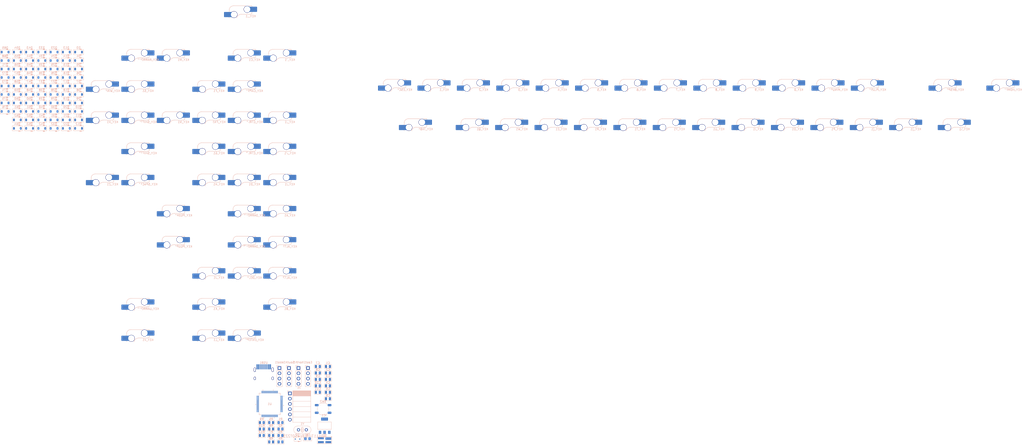
<source format=kicad_pcb>
(kicad_pcb (version 20241229) (generator "pcbnew") (generator_version "9.0")
  (layers (0 "F.Cu" signal) (4 "In1.Cu" signal) (6 "In2.Cu" signal) (2 "B.Cu" signal) (13 "F.Paste" user) (15 "B.Paste" user) (5 "F.SilkS" user "F.Silkscreen") (7 "B.SilkS" user "B.Silkscreen") (1 "F.Mask" user) (3 "B.Mask" user) (25 "Edge.Cuts" user))
  (net 0 "")
  (net 1 "GND")
  (net 2 "+3.3V")
  (net 3 "+5V")
  (net 4 "Net-(D3-A)")
  (net 5 "Net-(D4-A)")
  (net 6 "Net-(D5-A)")
  (net 7 "Net-(D6-A)")
  (net 8 "Net-(D7-A)")
  (net 9 "Net-(D8-A)")
  (net 10 "Net-(D9-A)")
  (net 11 "Net-(D10-A)")
  (net 12 "Net-(D11-A)")
  (net 13 "Net-(D12-A)")
  (net 14 "Net-(D13-A)")
  (net 15 "Net-(D14-A)")
  (net 16 "Net-(D15-A)")
  (net 17 "Net-(D16-A)")
  (net 18 "Net-(D17-A)")
  (net 19 "Net-(D18-A)")
  (net 20 "Net-(D19-A)")
  (net 21 "Net-(D20-A)")
  (net 22 "Net-(D21-A)")
  (net 23 "Net-(D22-A)")
  (net 24 "Net-(D23-A)")
  (net 25 "Net-(D29-A)")
  (net 26 "Net-(D30-A)")
  (net 27 "Net-(D31-A)")
  (net 28 "Net-(D32-A)")
  (net 29 "Net-(D33-A)")
  (net 30 "Net-(D24-A)")
  (net 31 "Net-(D25-A)")
  (net 32 "Net-(D26-A)")
  (net 33 "Net-(D27-A)")
  (net 34 "Net-(D28-A)")
  (net 35 "Net-(D34-A)")
  (net 36 "/COL2")
  (net 37 "/COL3")
  (net 38 "/COL4")
  (net 39 "/COL5")
  (net 40 "/COL1")
  (net 41 "/ROT_TIMB")
  (net 42 "/ROT_TIMA")
  (net 43 "Net-(U1-OSCIN)")
  (net 44 "Net-(U1-OSCOUT)")
  (net 45 "Net-(U1-VCAP)")
  (net 46 "/NRST")
  (net 47 "/D+")
  (net 48 "/D-")
  (net 49 "/ROW1")
  (net 50 "/ROW2")
  (net 51 "/ROW3")
  (net 52 "/ROW4")
  (net 53 "/ROW5")
  (net 54 "Net-(D35-A)")
  (net 55 "/ROT_SW")
  (net 56 "/UART_TX_EAST")
  (net 57 "/UART_RX_EAST")
  (net 58 "Net-(U1-VDDA)")
  (net 59 "/RGB_DATAIN")
  (net 60 "Net-(D36-A)")
  (net 61 "Net-(D37-A)")
  (net 62 "Net-(D38-A)")
  (net 63 "Net-(D39-A)")
  (net 64 "Net-(D40-A)")
  (net 65 "Net-(D41-A)")
  (net 66 "Net-(D42-A)")
  (net 67 "Net-(D43-A)")
  (net 68 "Net-(D44-A)")
  (net 69 "Net-(D45-A)")
  (net 70 "Net-(D46-A)")
  (net 71 "Net-(D47-A)")
  (net 72 "Net-(D48-A)")
  (net 73 "Net-(D50-A)")
  (net 74 "Net-(D51-A)")
  (net 75 "Net-(D52-A)")
  (net 76 "Net-(D53-A)")
  (net 77 "Net-(D54-A)")
  (net 78 "Net-(D55-A)")
  (net 79 "Net-(D56-A)")
  (net 80 "Net-(D57-A)")
  (net 81 "Net-(D58-A)")
  (net 82 "/UART_TX_NORTH")
  (net 83 "/UART_RX_NORTH")
  (net 84 "Net-(USB1-CC2)")
  (net 85 "Net-(USB1-CC1)")
  (net 86 "Net-(U1-PA11)")
  (net 87 "Net-(U1-PA12)")
  (net 88 "Net-(U1-BOOT)")
  (net 89 "/JTCLK")
  (net 90 "Net-(J1-Pin_2)")
  (net 91 "/JTMS")
  (net 92 "Net-(J1-Pin_4)")
  (net 93 "Net-(J1-Pin_5)")
  (net 94 "Net-(J1-Pin_6)")
  (net 95 "/SWO")
  (net 96 "/UART_TX_SOUTH")
  (net 97 "/UART_RX_SOUTH")
  (net 99 "AGND")
  (net 100 "Net-(D59-A)")
  (net 101 "/UART_TX_WEST")
  (net 104 "Net-(D60-A)")
  (net 105 "Net-(D61-A)")
  (net 106 "Net-(D62-A)")
  (net 109 "Net-(D64-A)")
  (net 111 "Net-(D65-A)")
  (net 112 "Net-(D68-A)")
  (net 113 "/UART_RX_WEST")
  (net 114 "Net-(D71-A)")
  (net 115 "Net-(D72-A)")
  (net 116 "Net-(D73-A)")
  (net 119 "Net-(D2-A)")
  (net 124 "Net-(D74-A)")
  (net 125 "Net-(D75-A)")
  (net 126 "Net-(D76-A)")
  (net 127 "/COL12")
  (net 128 "/COL9")
  (net 129 "/COL10")
  (net 130 "/COL11")
  (net 131 "/COL6")
  (net 132 "/COL7")
  (net 133 "/COL8")
  (net 134 "/COL14")
  (net 135 "/COL13")
  (net 136 "/COL15")
  (footprint "PCM_Resistor_SMD_AKL:R_0805_2012Metric" (layer "B.Cu") (at -40.389 193.232 180)
    (property "Reference" "R6")
    (property "Value" "22" (hide yes))
  )
  (footprint "PCM_marbastlib-mx:SW_MX_HS_CPG151101S11_1u" (layer "B.Cu") (at 38.9725 30.95625 180)
    (property "Reference" "KEY_1")
    (property "Value" "MX_SW_HS")
  )
  (footprint "PCM_marbastlib-mx:SW_MX_HS_CPG151101S11_1u" (layer "B.Cu") (at 228.9175 50.00625 180)
    (property "Reference" "KEY_P1")
    (property "Value" "MX_SW_HS")
  )
  (footprint "PCM_Diode_SMD_AKL:D_SOD-123" (layer "B.Cu") (at -151.269 23.292 180)
    (property "Reference" "D36")
    (property "Value" "1N4148W" (hide yes))
  )
  (footprint "PCM_Capacitor_SMD_AKL:C_0805_2012Metric" (layer "B.Cu") (at -17.821682 166.122 180)
    (property "Reference" "C8")
    (property "Value" "10uF" (hide yes))
  )
  (footprint "PCM_marbastlib-mx:SW_MX_HS_CPG151101S11_1u" (layer "B.Cu") (at 314.0075 30.95625 180)
    (property "Reference" "KEY_HOME1")
    (property "Value" "MX_SW_HS")
  )
  (footprint "PCM_Diode_SMD_AKL:D_SOD-123" (layer "B.Cu") (at -163.109 15.092 180)
    (property "Reference" "D55")
    (property "Value" "1N4148W" (hide yes))
  )
  (footprint "PCM_marbastlib-mx:SW_MX_HS_CPG151101S11_1u" (layer "B.Cu") (at -35.588824 61.617 180)
    (property "Reference" "KEY_/1")
    (property "Value" "MX_SW_HS")
  )
  (footprint "PCM_Diode_SMD_AKL:D_SOD-123" (layer "B.Cu") (at -169.029 19.192 180)
    (property "Reference" "D71")
    (property "Value" "1N4148W" (hide yes))
  )
  (footprint "PCM_marbastlib-mx:SW_MX_HS_CPG151101S11_1u" (layer "B.Cu") (at 210.4225 30.95625 180)
    (property "Reference" "KEY_0")
    (property "Value" "MX_SW_HS")
  )
  (footprint "PCM_marbastlib-mx:SW_MX_HS_CPG151101S11_1u" (layer "B.Cu") (at -87.038824 16.467 180)
    (property "Reference" "KEY_M1")
    (property "Value" "MX_SW_HS")
  )
  (footprint "PCM_Diode_SMD_AKL:D_SOD-123" (layer "B.Cu") (at -151.269 31.492 180)
    (property "Reference" "D38")
    (property "Value" "1N4148W" (hide yes))
  )
  (footprint "PCM_Diode_SMD_AKL:D_SOD-123" (layer "B.Cu") (at -139.429 47.892 180)
    (property "Reference" "D22")
    (property "Value" "1N4148W" (hide yes))
  )
  (footprint "PCM_marbastlib-mx:SW_MX_HS_CPG151101S11_1u" (layer "B.Cu") (at -104.188824 151.917 180)
    (property "Reference" "KEY_V1")
    (property "Value" "MX_SW_HS")
  )
  (footprint "PCM_marbastlib-mx:SW_MX_HS_CPG151101S11_1u" (layer "B.Cu") (at -69.888824 151.917 180)
    (property "Reference" "KEY_L1")
    (property "Value" "MX_SW_HS")
  )
  (footprint "PCM_Diode_SMD_AKL:D_SOD-123" (layer "B.Cu") (at -145.349 35.592 180)
    (property "Reference" "D29")
    (property "Value" "1N4148W" (hide yes))
  )
  (footprint "PCM_marbastlib-mx:SW_MX_HS_CPG151101S11_1u" (layer "B.Cu") (at 171.7675 50.00625 180)
    (property "Reference" "KEY_U1")
    (property "Value" "MX_SW_HS")
  )
  (footprint "PCM_Resistor_SMD_AKL:R_0805_2012Metric" (layer "B.Cu") (at -44.909 196.352 180)
    (property "Reference" "R13")
    (property "Value" "DNP" (hide yes))
  )
  (footprint "PCM_marbastlib-mx:SW_MX_HS_CPG151101S11_1u" (layer "B.Cu") (at -104.188824 16.467 180)
    (property "Reference" "KEY_RARROW1")
    (property "Value" "MX_SW_HS")
  )
  (footprint "PCM_Diode_SMD_AKL:D_SOD-123" (layer "B.Cu") (at -139.429 31.492 180)
    (property "Reference" "D18")
    (property "Value" "1N4148W" (hide yes))
  )
  (footprint "PCM_Diode_SMD_AKL:D_SOD-123" (layer "B.Cu") (at -133.509 10.992 180)
    (property "Reference" "D3")
    (property "Value" "1N4148W" (hide yes))
  )
  (footprint "PCM_marbastlib-mx:SW_MX_HS_CPG151101S11_1u" (layer "B.Cu") (at -52.738824 46.567 180)
    (property "Reference" "KEY_CTRL1")
    (property "Value" "MX_SW_HS")
  )
  (footprint "PCM_Diode_SMD_AKL:D_SOD-123" (layer "B.Cu") (at -145.349 10.992 180)
    (property "Reference" "D23")
    (property "Value" "1N4148W" (hide yes))
  )
  (footprint "PCM_marbastlib-mx:SW_MX_HS_CPG151101S11_1u" (layer "B.Cu") (at -104.188824 76.667 180)
    (property "Reference" "KEY_SPACE1")
    (property "Value" "MX_SW_HS")
  )
  (footprint "PCM_marbastlib-mx:SW_MX_HS_CPG151101S11_1u" (layer "B.Cu") (at -52.738824 76.667 180)
    (property "Reference" "KEY_D1")
    (property "Value" "MX_SW_HS")
  )
  (footprint "PCM_Diode_SMD_AKL:D_SOD-123" (layer "B.Cu") (at -163.109 31.492 180)
    (property "Reference" "D59")
    (property "Value" "1N4148W" (hide yes))
  )
  (footprint "PCM_Diode_SMD_AKL:D_SOD-123" (layer "B.Cu") (at -169.029 10.992 180)
    (property "Reference" "D65")
    (property "Value" "1N4148W" (hide yes))
  )
  (footprint "Connector_PinSocket_2.54mm:PinSocket_1x04_P2.54mm_Vertical" (layer "B.Cu") (at -27.184 163.767 180)
    (property "Reference" "North1")
    (property "Value" "Conn_01x04")
  )
  (footprint "PCM_Resistor_SMD_AKL:R_0805_2012Metric" (layer "B.Cu") (at -40.389 190.112 180)
    (property "Reference" "R5")
    (property "Value" "10k" (hide yes))
  )
  (footprint "PCM_Resistor_SMD_AKL:R_0805_2012Metric" (layer "B.Cu") (at -44.909 193.232 180)
    (property "Reference" "R10")
    (property "Value" "DNP" (hide yes))
  )
  (footprint "Connector_PinSocket_2.54mm:PinSocket_1x04_P2.54mm_Vertical" (layer "B.Cu") (at -36.384 163.767 180)
    (property "Reference" "West1")
    (property "Value" "Conn_01x04")
  )
  (footprint "PCM_Diode_SMD_AKL:D_SOD-123" (layer "B.Cu") (at -151.269 39.692 180)
    (property "Reference" "D40")
    (property "Value" "1N4148W" (hide yes))
  )
  (footprint "PCM_marbastlib-mx:SW_MX_HS_CPG151101S11_1u" (layer "B.Cu") (at -121.338824 46.567 180)
    (property "Reference" "KEY_X1")
    (property "Value" "MX_SW_HS")
  )
  (footprint "PCM_Diode_SMD_AKL:D_SOD-123" (layer "B.Cu") (at -145.349 23.292 180)
    (property "Reference" "D26")
    (property "Value" "1N4148W" (hide yes))
  )
  (footprint "PCM_Diode_SMD_AKL:D_SOD-123" (layer "B.Cu") (at -163.109 43.792 180)
    (property "Reference" "D62")
    (property "Value" "1N4148W" (hide yes))
  )
  (footprint "PCM_Diode_SMD_AKL:D_SOD-123" (layer "B.Cu") (at -139.429 27.392 180)
    (property "Reference" "D17")
    (property "Value" "1N4148W" (hide yes))
  )
  (footprint "PCM_marbastlib-mx:SW_MX_HS_CPG151101S11_1u" (layer "B.Cu") (at 58.0225 30.95625 180)
    (property "Reference" "KEY_2")
    (property "Value" "MX_SW_HS")
  )
  (footprint "PCM_Diode_SMD_AKL:D_SOD-123" (layer "B.Cu") (at -139.429 15.092 180)
    (property "Reference" "D14")
    (property "Value" "1N4148W" (hide yes))
  )
  (footprint "PCM_marbastlib-mx:SW_MX_HS_CPG151101S11_1u" (layer "B.Cu") (at -69.888824 76.667 180)
    (property "Reference" "KEY_H1")
    (property "Value" "MX_SW_HS")
  )
  (footprint "PCM_marbastlib-mx:SW_MX_HS_CPG151101S11_1u" (layer "B.Cu") (at 172.3225 30.95625 180)
    (property "Reference" "KEY_8")
    (property "Value" "MX_SW_HS")
  )
  (footprint "PCM_marbastlib-mx:SW_MX_HS_CPG151101S11_1u" (layer "B.Cu") (at 134.2225 30.95625 180)
    (property "Reference" "KEY_6")
    (property "Value" "MX_SW_HS")
  )
  (footprint "PCM_Diode_SMD_AKL:D_SOD-123" (layer "B.Cu") (at -151.269 47.892 180)
    (property "Reference" "D42")
    (property "Value" "1N4148W" (hide yes))
  )
  (footprint "PCM_marbastlib-mx:SW_MX_HS_CPG151101S11_1u" (layer "B.Cu") (at -69.888824 46.567 180)
    (property "Reference" "KEY_FN1")
    (property "Value" "MX_SW_HS")
  )
  (footprint "PCM_marbastlib-mx:SW_MX_HS_CPG151101S11_1u" (layer "B.Cu") (at 19.9 30.95625 180)
    (property "Reference" "KEY_ESC1")
    (property "Value" "MX_SW_HS")
  )
  (footprint "PCM_Diode_SMD_AKL:D_SOD-123" (layer "B.Cu") (at -151.269 10.992 180)
    (property "Reference" "D33")
    (property "Value" "1N4148W" (hide yes))
  )
  (footprint "PCM_marbastlib-mx:SW_MX_HS_CPG151101S11_1u" (layer "B.Cu") (at 77.0725 30.95625 180)
    (property "Reference" "KEY_3")
    (property "Value" "MX_SW_HS")
  )
  (footprint "PCM_marbastlib-mx:SW_MX_HS_CPG151101S11_1u" (layer "B.Cu") (at -35.588824 91.717 180)
    (property "Reference" "KEY_A1")
    (property "Value" "MX_SW_HS")
  )
  (footprint "PCM_marbastlib-mx:SW_MX_HS_CPG151101S11_1u" (layer "B.Cu") (at 209.87 50.00625 180)
    (property "Reference" "KEY_O1")
    (property "Value" "MX_SW_HS")
  )
  (footprint "PCM_Diode_SMD_AKL:D_SOD-123" (layer "B.Cu") (at -151.269 19.192 180)
    (property "Reference" "D35")
    (property "Value" "1N4148W" (hide yes))
  )
  (footprint "PCM_marbastlib-mx:SW_MX_HS_CPG151101S11_1u" (layer "B.Cu") (at -52.738824 91.717 180)
    (property "Reference" "KEY_DARROW1")
    (property "Value" "MX_SW_HS")
  )
  (footprint "PCM_marbastlib-mx:SW_MX_HS_CPG151101S11_1u" (layer "B.Cu") (at -87.038824 46.567 180)
    (property "Reference" "KEY_N1")
    (property "Value" "MX_SW_HS")
  )
  (footprint "PCM_Diode_SMD_AKL:D_SOD-123" (layer "B.Cu") (at -169.029 23.292 180)
    (property "Reference" "D72")
    (property "Value" "1N4148W" (hide yes))
  )
  (footprint "PCM_Diode_SMD_AKL:D_SOD-123" (layer "B.Cu") (at -133.509 47.892 180)
    (property "Reference" "D12")
    (property "Value" "1N4148W" (hide yes))
  )
  (footprint "PCM_Diode_SMD_AKL:D_SOD-123" (layer "B.Cu") (at -157.189 15.092 180)
    (property "Reference" "D44")
    (property "Value" "1N4148W" (hide yes))
  )
  (footprint "PCM_Diode_SMD_AKL:D_SOD-123" (layer "B.Cu") (at -133.509 15.092 180)
    (property "Reference" "D4")
    (property "Value" "1N4148W" (hide yes))
  )
  (footprint "PCM_marbastlib-mx:SW_MX_HS_CPG151101S11_1u" (layer "B.Cu") (at -52.738824 121.817 180)
    (property "Reference" "KEY_DEL1")
    (property "Value" "MX_SW_HS")
  )
  (footprint "PCM_Resistor_SMD_AKL:R_0805_2012Metric" (layer "B.Cu") (at -35.869 196.352 180)
    (property "Reference" "R3")
    (property "Value" "22" (hide yes))
  )
  (footprint "PCM_marbastlib-mx:SW_MX_HS_CPG151101S11_1u" (layer "B.Cu") (at 133.6675 50.00625 180)
    (property "Reference" "KEY_T1")
    (property "Value" "MX_SW_HS")
  )
  (footprint "PCM_marbastlib-mx:SW_MX_HS_CPG151101S11_1u" (layer "B.Cu") (at 96.1225 30.95625 180)
    (property "Reference" "KEY_4")
    (property "Value" "MX_SW_HS")
  )
  (footprint "PCM_Diode_SMD_AKL:D_SOD-123" (layer "B.Cu") (at -151.269 35.592 180)
    (property "Reference" "D39")
    (property "Value" "1N4148W" (hide yes))
  )
  (footprint "PCM_Capacitor_SMD_AKL:C_0805_2012Metric" (layer "B.Cu") (at -12.939894 178.602 180)
    (property "Reference" "C6")
    (property "Value" "100nF" (hide yes))
  )
  (footprint "PCM_Resistor_SMD_AKL:R_0805_2012Metric" (layer "B.Cu") (at -40.389 196.352 180)
    (property "Reference" "R7")
    (property "Value" "22" (hide yes))
  )
  (footprint "PCM_Capacitor_SMD_AKL:C_0805_2012Metric" (layer "B.Cu") (at -12.939894 166.122 180)
    (property "Reference" "C2")
    (property "Value" "20pF" (hide yes))
  )
  (footprint "PCM_Diode_SMD_AKL:D_SOD-123" (layer "B.Cu") (at -139.429 35.592 180)
    (property "Reference" "D19")
    (property "Value" "1N4148W" (hide yes))
  )
  (footprint "PCM_Capacitor_SMD_AKL:C_0805_2012Metric" (layer "B.Cu") (at -17.821682 169.242 180)
    (property "Reference" "C9")
    (property "Value" "4.7uF" (hide yes))
  )
  (footprint "PCM_Diode_SMD_AKL:D_SOD-123" (layer "B.Cu") (at -157.189 31.492 180)
    (property "Reference" "D48")
    (property "Value" "1N4148W" (hide yes))
  )
  (footprint "PCM_Diode_SMD_AKL:D_SOD-123" (layer "B.Cu") (at -145.349 27.392 180)
    (property "Reference" "D27")
    (property "Value" "1N4148W" (hide yes))
  )
  (footprint "PCM_marbastlib-mx:SW_MX_HS_CPG151101S11_1u" (layer "B.Cu") (at 57.4675 50.00625 180)
    (property "Reference" "KEY_Q1")
    (property "Value" "MX_SW_HS")
  )
  (footprint "PCM_marbastlib-mx:SW_MX_HS_CPG151101S11_1u" (layer "B.Cu") (at -104.188824 136.867 180)
    (property "Reference" "KEY_UARROW1")
    (property "Value" "MX_SW_HS")
  )
  (footprint "PCM_Diode_SMD_AKL:D_SOD-123" (layer "B.Cu") (at -151.269 43.792 180)
    (property "Reference" "D41")
    (property "Value" "1N4148W" (hide yes))
  )
  (footprint "PCM_Diode_SMD_AKL:D_SOD-123" (layer "B.Cu") (at -133.509 35.592 180)
    (property "Reference" "D9")
    (property "Value" "1N4148W" (hide yes))
  )
  (footprint "PCM_Diode_SMD_AKL:D_SOD-123" (layer "B.Cu") (at -133.509 19.192 180)
    (property "Reference" "D5")
    (property "Value" "1N4148W" (hide yes))
  )
  (footprint "PCM_Diode_SMD_AKL:D_SOD-123" (layer "B.Cu") (at -133.509 43.792 180)
    (property "Reference" "D11")
    (property "Value" "1N4148W" (hide yes))
  )
  (footprint "PCM_Diode_SMD_AKL:D_SOD-123" (layer "B.Cu") (at -163.109 35.592 180)
    (property "Reference" "D60")
    (property "Value" "1N4148W" (hide yes))
  )
  (footprint "PCM_Capacitor_SMD_AKL:C_0805_2012Metric" (layer "B.Cu") (at -12.939894 172.362 180)
    (property "Reference" "C4")
    (property "Value" "100nF" (hide yes))
  )
  (footprint "PCM_Diode_SMD_AKL:D_SOD-123" (layer "B.Cu") (at -163.109 10.992 180)
    (property "Reference" "D54")
    (property "Value" "1N4148W" (hide yes))
  )
  (footprint "Type-C.pretty-master:HRO-TYPE-C-31-M-12-HandSoldering" (layer "B.Cu") (at -43.979 171.362 180)
    (property "Reference" "USB1")
    (property "Value" "HRO-TYPE-C-31-M-12")
  )
  (footprint "PCM_Diode_SMD_AKL:D_SOD-123" (layer "B.Cu") (at -133.509 23.292 180)
    (property "Reference" "D6")
    (property "Value" "1N4148W" (hide yes))
  )
  (footprint "PCM_marbastlib-mx:SW_MX_HS_CPG151101S11_1u" (layer "B.Cu") (at -35.588824 106.767 180)
    (property "Reference" "KEY_ALT1")
    (property "Value" "MX_SW_HS")
  )
  (footprint "PCM_marbastlib-mx:SW_MX_HS_CPG151101S11_1u" (layer "B.Cu") (at 114.6175 50.00625 180)
    (property "Reference" "KEY_R1")
    (property "Value" "MX_SW_HS")
  )
  (footprint "PCM_marbastlib-mx:SW_MX_HS_CPG151101S11_1u" (layer "B.Cu") (at 248 50.00625 180)
    (property "Reference" "KEY_[1")
    (property "Value" "MX_SW_HS")
  )
  (footprint "PCM_Diode_SMD_AKL:D_SOD-123" (layer "B.Cu") (at -169.029 35.592 180)
    (property "Reference" "D75")
    (property "Value" "1N4148W" (hide yes))
  )
  (footprint "PCM_marbastlib-mx:SW_MX_HS_CPG151101S11_1u" (layer "B.Cu") (at -69.888824 136.867 180)
    (property "Reference" "KEY_K1")
    (property "Value" "MX_SW_HS")
  )
  (footprint "PCM_marbastlib-mx:SW_MX_HS_CPG151101S11_1u" (layer "B.Cu") (at -104.188824 46.567 180)
    (property "Reference" "KEY_SHIFT1")
    (property "Value" "MX_SW_HS")
  )
  (footprint "PCM_marbastlib-various:SW_SPST_SKQG_WithStem" (layer "B.Cu") (at -15.274 183.537 180)
    (property "Reference" "SW2")
    (property "Value" "Push_Button")
  )
  (footprint "PCM_Diode_SMD_AKL:D_SOD-123" (layer "B.Cu") (at -163.109 27.392 180)
    (property "Reference" "D58")
    (property "Value" "1N4148W" (hide yes))
  )
  (footprint "PCM_Diode_SMD_AKL:D_SOD-123" (layer "B.Cu") (at -139.429 39.692 180)
    (property "Reference" "D20")
    (property "Value" "1N4148W" (hide yes))
  )
  (footprint "PCM_Diode_SMD_AKL:D_SOD-123" (layer "B.Cu") (at -139.429 19.192 180)
    (property "Reference" "D15")
    (property "Value" "1N4148W" (hide yes))
  )
  (footprint "PCM_marbastlib-mx:SW_MX_HS_CPG151101S11_1u" (layer "B.Cu") (at 30 50.00625 180)
    (property "Reference" "KEY_TAB1")
    (property "Value" "MX_SW_HS")
  )
  (footprint "PCM_Diode_SMD_AKL:D_SOD-323" (layer "B.Cu") (at -27.639 198.092 180)
    (property "Reference" "D2")
    (property "Value" "BAT60JFILM" (hide yes))
  )
  (footprint "PCM_Diode_SMD_AKL:D_SOD-123" (layer "B.Cu") (at -157.189 43.792 180)
    (property "Reference" "D52")
    (property "Value" "1N4148W" (hide yes))
  )
  (footprint "PCM_marbastlib-mx:SW_MX_HS_CPG151101S11_1u" (layer "B.Cu") (at 95.5675 50.00625 180)
    (property "Reference" "KEY_E1")
    (property "Value" "MX_SW_HS")
  )
  (footprint "PCM_marbastlib-mx:SW_MX_HS_CPG151101S11_1u" (layer "B.Cu") (at -121.338824 31.517 180)
    (property "Reference" "KEY_WIN1")
    (property "Value" "MX_SW_HS")
  )
  (footprint "PCM_Diode_SMD_AKL:D_SOD-123" (layer "B.Cu") (at -157.189 47.892 180)
    (property "Reference" "D53")
    (property "Value" "1N4148W" (hide yes))
  )
  (footprint "PCM_marbastlib-mx:SW_MX_HS_CPG151101S11_1u" (layer "B.Cu") (at -35.588824 136.867 180)
    (property "Reference" "KEY_B1")
    (property "Value" "MX_SW_HS")
  )
  (footprint "PCM_Resistor_SMD_AKL:R_0805_2012Metric" (layer "B.Cu") (at -35.869 193.232 180)
    (property "Reference" "R2")
    (property "Value" "5.1k" (hide yes))
  )
  (footprint "PCM_marbastlib-mx:SW_MX_HS_CPG151101S11_1u" (layer "B.Cu") (at -52.738824 61.617 180)
    (property "Reference" "KEY_CTRL2")
    (property "Value" "MX_SW_HS")
  )
  (footprint "PCM_marbastlib-mx:SW_MX_HS_CPG151101S11_1u" (layer "B.Cu") (at -69.888824 61.617 180)
    (property "Reference" "KEY_G1")
    (property "Value" "MX_SW_HS")
  )
  (footprint "PCM_Capacitor_SMD_AKL:C_0805_2012Metric" (layer "B.Cu") (at -17.821682 172.362 180)
    (property "Reference" "C10")
    (property "Value" "1uF" (hide yes))
  )
  (footprint "PCM_marbastlib-mx:SW_MX_HS_CPG151101S11_1u" (layer "B.Cu") (at -104.188824 31.517 180)
    (property "Reference" "KEY_S1")
    (property "Value" "MX_SW_HS")
  )
  (footprint "PCM_Diode_SMD_AKL:D_SOD-123" (layer "B.Cu") (at -139.429 23.292 180)
    (property "Reference" "D16")
    (property "Value" "1N4148W" (hide yes))
  )
  (footprint "PCM_marbastlib-mx:SW_MX_HS_CPG151101S11_1u" (layer "B.Cu") (at -87.038824 91.717 180)
    (property "Reference" "KEY_PGDN1")
    (property "Value" "MX_SW_HS")
  )
  (footprint "PCM_Capacitor_SMD_AKL:C_0805_2012Metric" (layer "B.Cu") (at -17.821682 175.482 180)
    (property "Reference" "C11")
    (property "Value" "0.1uF" (hide yes))
  )
  (footprint "PCM_Diode_SMD_AKL:D_SOD-123" (layer "B.Cu") (at -157.189 19.192 180)
    (property "Reference" "D45")
    (property "Value" "1N4148W" (hide yes))
  )
  (footprint "PCM_marbastlib-mx:SW_MX_HS_CPG151101S11_1u" (layer "B.Cu") (at -52.738824 31.517 180)
    (property "Reference" "KEY_CAPS1")
    (property "Value" "MX_SW_HS")
  )
  (footprint "PCM_marbastlib-mx:SW_MX_HS_CPG151101S11_1u" (layer "B.Cu") (at -69.888824 31.517 180)
    (property "Reference" "KEY_F1")
    (property "Value" "MX_SW_HS")
  )
  (footprint "PCM_marbastlib-mx:SW_MX_HS_CPG151101S11_1u" (layer "B.Cu") (at 190.8 50.00625 180)
    (property "Reference" "KEY_I1")
    (property "Value" "MX_SW_HS")
  )
  (footprint "PCM_Diode_SMD_AKL:D_SOD-123" (layer "B.Cu") (at -157.189 39.692 180)
    (property "Reference" "D51")
    (property "Value" "1N4148W" (hide yes))
  )
  (footprint "PCM_Diode_SMD_AKL:D_SOD-123" (layer "B.Cu") (at -145.349 15.092 180)
    (property "Reference" "D24")
    (property "Value" "1N4148W" (hide yes))
  )
  (footprint "PCM_marbastlib-mx:SW_MX_HS_CPG151101S11_1u" (layer "B.Cu") (at 290.5125 50.00625 180)
    (property "Reference" "KEY_\\1")
    (property "Value" "MX_SW_HS")
  )
  (footprint "PCM_Diode_SMD_AKL:D_SOD-123" (layer "B.Cu") (at -163.109 47.892 180)
    (property "Reference" "D64")
    (property "Value" "1N4148W" (hide yes))
  )
  (footprint "PCM_Diode_SMD_AKL:D_SOD-123" (layer "B.Cu") (at -157.189 35.592 180)
    (property "Reference" "D50")
    (property "Value" "1N4148W" (hide yes))
  )
  (footprint "PCM_Resistor_SMD_AKL:R_0805_2012Metric" (layer "B.Cu") (at -44.909 190.112 180)
    (property "Reference" "R9")
    (property "Value" "22" (hide yes))
  )
  (footprint "PCM_Diode_SMD_AKL:D_SOD-123" (layer "B.Cu") (at -145.349 43.792 180)
    (property "Reference" "D31")
    (property "Value" "1N4148W" (hide yes))
  )
  (footprint "PCM_Fuse_AKL:Fuse_0805_2012Metric_Pad1.15x1.40mm_BigPads" (layer "B.Cu") (at -22.819 197.902 180)
    (property "Reference" "FB1")
    (property "Value" "Ferrite_Bead" (hide yes))
  )
  (footprint "PCM_marbastlib-mx:SW_MX_HS_CPG151101S11_1u" (layer "B.Cu") (at 286.0675 30.95625 180)
    (property "Reference" "KEY_BKSP1")
    (property "Value" "MX_SW_HS")
  )
  (footprint "PCM_Diode_SMD_AKL:D_SOD-123" (layer "B.Cu") (at -145.349 19.192 180)
    (property "Reference" "D25")
    (property "Value" "1N4148W" (hide yes))
  )
  (footprint "PCM_marbastlib-mx:SW_MX_HS_CPG151101S11_1u" (layer "B.Cu") (at 229.4725 30.95625 180)
    (property "Reference" "KEY_MINUS1")
    (property "Value" "MX_SW_HS")
  )
  (footprint "PCM_Diode_SMD_AKL:D_SOD-123" (layer "B.Cu") (at -169.029 15.092 180)
    (property "Reference" "D68")
    (property "Value" "1N4148W" (hide yes))
  )
  (footprint "PCM_marbastlib-mx:SW_MX_HS_CPG151101S11_1u" (layer "B.Cu") (at -54.5525 -4.60375 180)
    (property "Reference" "KEY_,1")
    (property "Value" "MX_SW_HS")
  )
  (footprint "PCM_Diode_SMD_AKL:D_SOD-123" (layer "B.Cu") (at -157.189 27.392 180)
    (property "Reference" "D47")
    (property "Value" "1N4148W" (hide yes))
  )
  (footprint "PCM_marbastlib-mx:SW_MX_HS_CPG151101S11_1u" (layer "B.Cu") (at -35.588824 76.667 180)
    (property "Reference" "KEY_;1")
    (property "Value" "MX_SW_HS")
  )
  (footprint "PCM_marbastlib-mx:SW_MX_HS_CPG151101S11_1u" (layer "B.Cu") (at 152.7175 50.00625 180)
    (property "Reference" "KEY_Y1")
    (property "Value" "MX_SW_HS")
  )
  (footprint "PCM_Diode_SMD_AKL:D_SOD-123" (layer "B.Cu") (at -157.189 23.292 180)
    (property "Reference" "D46")
    (property "Value" "1N4148W" (hide yes))
  )
  (footprint "PCM_Package_TO_SOT_SMD_AKL:SOT-143_Handsoldering" (layer "B.Cu") (at -14.5515 198.637 180)
    (property "Reference" "D1")
    (property "Value" "PRTR5V0U2X")
  )
  (footprint "PCM_Diode_SMD_AKL:D_SOD-123" (layer "B.Cu") (at -151.269 15.092 180)
    (property "Reference" "D34")
    (property "Value" "1N4148W" (hide yes))
  )
  (footprint "Connector_PinSocket_2.54mm:PinSocket_1x06_P2.54mm_Horizontal" (layer "B.Cu") (at -31.334 176.017 180)
    (property "Reference" "J1")
    (property "Value" "Conn_01x06")
  )
  (footprint "PCM_marbastlib-mx:SW_MX_HS_CPG151101S11_1u" (layer "B.Cu") (at 248.5 30.95625 180)
    (property "Reference" "KEY_PLUS1")
    (property "Value" "MX_SW_HS")
  )
  (footprint "Connector_PinSocket_2.54mm:PinSocket_1x04_P2.54mm_Vertical" (layer "B.Cu") (at -22.584 163.767 180)
    (property "Reference" "East1")
    (property "Value" "Conn_01x04")
  )
  (footprint "PCM_marbastlib-mx:SW_MX_HS_CPG151101S11_1u" (layer "B.Cu") (at -52.738824 16.467 180)
    (property "Reference" "KEY_C1")
    (property "Value" "MX_SW_HS")
  )
  (footprint "PCM_marbastlib-mx:SW_MX_HS_CPG151101S11_1u" (layer "B.Cu") (at 153.2725 30.95625 180)
    (property "Reference" "KEY_7")
    (property "Value" "MX_SW_HS")
  )
  (footprint "PCM_Diode_SMD_AKL:D_SOD-123" (layer "B.Cu") (at -145.349 39.692 180)
    (property "Reference" "D30")
    (property "Value" "1N4148W" (hide yes))
  )
  (footprint "PCM_Resistor_SMD_AKL:R_0805_2012Metric" (layer "B.Cu") (at -35.869 199.472 180)
    (property "Reference" "R4")
    (property "Value" "22" (hide yes))
  )
  (footprint "PCM_marbastlib-mx:SW_MX_HS_CPG151101S11_1u" (layer "B.Cu") (at -121.338824 76.667 180)
    (property "Reference" "KEY_Z1")
    (property "Value" "MX_SW_HS")
  )
  (footprint "PCM_Diode_SMD_AKL:D_SOD-123" (layer "B.Cu") (at -151.269 27.392 180)
    (property "Reference" "D37")
    (property "Value" "1N4148W" (hide yes))
  )
  (footprint "PCM_Diode_SMD_AKL:D_SOD-123" (layer "B.Cu") (at -139.429 43.792 180)
    (property "Reference" "D21")
    (property "Value" "1N4148W" (hide yes))
  )
  (footprint "PCM_marbastlib-mx:SW_MX_HS_CPG151101S11_1u" (layer "B.Cu") (at 115.1725 30.95625 180)
    (property "Reference" "KEY_5")
    (property "Value" "MX_SW_HS")
  )
  (footprint "PCM_Diode_SMD_AKL:D_SOD-123" (layer "B.Cu") (at -157.189 10.992 180)
    (property "Reference" "D43")
    (property "Value" "1N4148W" (hide yes))
  )
  (footprint "footprints:LQFP64-10x10mm" (layer "B.Cu") (at -41.1123 181.1231 180)
    (property "Reference" "U1")
    (property "Value" "~")
  )
  (footprint "PCM_Diode_SMD_AKL:D_SOD-123" (layer "B.Cu") (at -139.429 10.992 180)
    (property "Reference" "D13")
    (property "Value" "1N4148W" (hide yes))
  )
  (footprint "PCM_Capacitor_SMD_AKL:C_0805_2012Metric" (layer "B.Cu") (at -12.939894 175.482 180)
    (property "Reference" "C5")
    (property "Value" "100nF" (hide yes))
  )
  (footprint "PCM_Capacitor_SMD_AKL:C_0805_2012Metric" (layer "B.Cu") (at -17.821682 163.002 180)
    (property "Reference" "C7")
    (property "Value" "1uF" (hide yes))
  )
  (footprint "PCM_marbastlib-mx:SW_MX_HS_CPG151101S11_1u" (layer "B.Cu") (at -35.588824 16.467 180)
    (property "Reference" "KEY_'1")
    (property "Value" "MX_SW_HS")
  )
  (footprint "PCM_Diode_SMD_AKL:D_SOD-123" (layer "B.Cu") (at -169.029 31.492 180)
    (property "Reference" "D74")
    (property "Value" "1N4148W" (hide yes))
  )
  (footprint "PCM_marbastlib-mx:SW_MX_HS_CPG151101S11_1u" (layer "B.Cu") (at -35.588824 121.817 180)
    (property "Reference" "KEY_ALT2")
    (property "Value" "MX_SW_HS")
  )
  (footprint "PCM_marbastlib-mx:SW_MX_HS_CPG151101S11_1u" (layer "B.Cu") (at -69.888824 121.817 180)
    (property "Reference" "KEY_J1")
    (property "Value" "MX_SW_HS")
  )
  (footprint "PCM_marbastlib-mx:SW_MX_HS_CPG151101S11_1u" (layer "B.Cu") (at 191.3725 30.95625 180)
    (property "Reference" "KEY_9")
    (property "Value" "MX_SW_HS")
  )
  (footprint "Connector_PinSocket_2.54mm:PinSocket_1x04_P2.54mm_Vertical" (layer "B.Cu") (at -31.784 163.767 180)
    (property "Reference" "South1")
    (property "Value" "Conn_01x04")
  )
  (footprint "PCM_Crystal_AKL:Crystal_HC52-U_Vertical" (layer "B.Cu") (at -23.384 193.617 180)
    (property "Reference" "Y1")
    (property "Value" "8MHz" (hide yes))
  )
  (footprint "PCM_marbastlib-mx:SW_MX_HS_CPG151101S11_1u" (layer "B.Cu") (at 267 50.00625 180)
    (property "Reference" "KEY_]1")
    (property "Value" "MX_SW_HS")
  )
  (footprint "PCM_marbastlib-mx:SW_MX_HS_CPG151101S11_1u" (layer "B.Cu") (at -104.188824 61.617 180)
    (property "Reference" "KEY_SHIFT2")
    (property "Value" "MX_SW_HS")
  )
  (footprint "PCM_Diode_SMD_AKL:D_SOD-123" (layer "B.Cu") (at -169.029 39.692 180)
    (property "Reference" "D76")
    (property "Value" "1N4148W" (hide yes))
  )
  (footprint "PCM_marbastlib-mx:SW_MX_HS_CPG151101S11_1u" (layer "B.Cu") (at -52.738824 106.767 180)
    (property "Reference" "KEY_DARROW2")
    (property "Value" "MX_SW_HS")
  )
  (footprint "PCM_Resistor_SMD_AKL:R_0805_2012Metric" (layer "B.Cu") (at -35.869 190.112 180)
    (property "Reference" "R1")
    (property "Value" "5.1k" (hide yes))
  )
  (footprint "PCM_Diode_SMD_AKL:D_SOD-123" (layer "B.Cu") (at -133.509 27.392 180)
    (property "Reference" "D7")
    (property "Value" "1N4148W" (hide yes))
  )
  (footprint "PCM_Diode_SMD_AKL:D_SOD-123" (layer "B.Cu") (at -145.349 31.492 180)
    (property "Reference" "D28")
    (property "Value" "1N4148W" (hide yes))
  )
  (footprint "PCM_Diode_SMD_AKL:D_SOD-123" (layer "B.Cu") (at -145.349 47.892 180)
    (property "Reference" "D32")
    (property "Value" "1N4148W" (hide yes))
  )
  (footprint "PCM_Diode_SMD_AKL:D_SOD-123" (layer "B.Cu") (at -163.109 23.292 180)
    (property "Reference" "D57")
    (property "Value" "1N4148W" (hide yes))
  )
  (footprint "PCM_Capacitor_SMD_AKL:C_0805_2012Metric" (layer "B.Cu") (at -12.939894 163.002 180)
    (property "Reference" "C1")
    (property "Value" "20pF" (hide yes))
  )
  (footprint "PCM_Resistor_SMD_AKL:R_0805_2012Metric" (layer "B.Cu") (at -40.389 199.472 180)
    (property "Reference" "R8")
    (property "Value" "22" (hide yes))
  )
  (footprint "PCM_marbastlib-mx:SW_MX_HS_CPG151101S11_1u" (layer "B.Cu") (at -52.738824 151.917 180)
    (property "Reference" "KEY_ENTER1")
    (property "Value" "MX_SW_HS")
  )
  (footprint "PCM_Diode_SMD_AKL:D_SOD-123" (layer "B.Cu") (at -133.509 39.692 180)
    (property "Reference" "D10")
    (property "Value" "1N4148W" (hide yes))
  )
  (footprint "PCM_Diode_SMD_AKL:D_SOD-123" (layer "B.Cu") (at -133.509 31.492 180)
    (property "Reference" "D8")
    (property "Value" "1N4148W" (hide yes))
  )
  (footprint "PCM_Diode_SMD_AKL:D_SOD-123" (layer "B.Cu") (at -163.109 19.192 180)
    (property "Reference" "D56")
    (property "Value" "1N4148W" (hide yes))
  )
  (footprint "PCM_Diode_SMD_AKL:D_SOD-123" (layer "B.Cu") (at -163.109 39.692 180)
    (property "Reference" "D61")
    (property "Value" "1N4148W" (hide yes))
  )
  (footprint "PCM_4ms_Package_SOT:SOT223" (layer "B.Cu") (at -14.574 191.637 180)
    (property "Reference" "IC1")
    (property "Value" "LD1117-3.3V-SOT223")
  )
  (footprint "PCM_marbastlib-mx:SW_MX_HS_CPG151101S11_1u" (layer "B.Cu") (at -87.038824 106.767 180)
    (property "Reference" "KEY_PGUP1")
    (property "Value" "MX_SW_HS")
  )
  (footprint "PCM_Capacitor_SMD_AKL:C_0805_2012Metric" (layer "B.Cu") (at -12.939894 169.242 180)
    (property "Reference" "C3")
    (property "Value" "100nF" (hide yes))
  )
  (footprint "PCM_Diode_SMD_AKL:D_SOD-123" (layer "B.Cu") (at -169.029 27.392 180)
    (property "Reference" "D73")
    (property "Value" "1N4148W" (hide yes))
  )
  (footprint "PCM_marbastlib-mx:SW_MX_HS_CPG151101S11_1u" (layer "B.Cu") (at -35.588824 46.567 180)
    (property "Reference" "KEY_.1")
    (property "Value" "MX_SW_HS")
  )
  (footprint "PCM_marbastlib-mx:SW_MX_HS_CPG151101S11_1u" (layer "B.Cu") (at 76.5175 50.00625 180)
    (property "Reference" "KEY_W1")
    (property "Value" "MX_SW_HS")
  )
)
</source>
